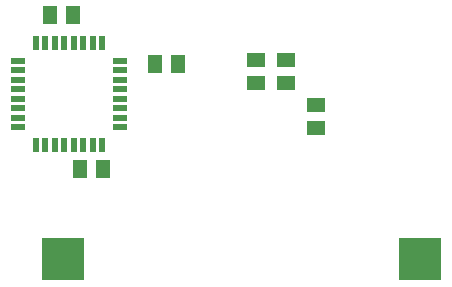
<source format=gbp>
G75*
%MOIN*%
%OFA0B0*%
%FSLAX24Y24*%
%IPPOS*%
%LPD*%
%AMOC8*
5,1,8,0,0,1.08239X$1,22.5*
%
%ADD10R,0.0630X0.0512*%
%ADD11R,0.0512X0.0630*%
%ADD12R,0.0220X0.0500*%
%ADD13R,0.0500X0.0220*%
%ADD14R,0.0512X0.0591*%
%ADD15R,0.1417X0.1417*%
D10*
X011160Y010786D03*
X011160Y011534D03*
X012160Y011534D03*
X012160Y010786D03*
X013160Y010034D03*
X013160Y009286D03*
D11*
X008534Y011410D03*
X007786Y011410D03*
D12*
X006012Y012100D03*
X005697Y012100D03*
X005382Y012100D03*
X005067Y012100D03*
X004753Y012100D03*
X004438Y012100D03*
X004123Y012100D03*
X003808Y012100D03*
X003808Y008720D03*
X004123Y008720D03*
X004438Y008720D03*
X004753Y008720D03*
X005067Y008720D03*
X005382Y008720D03*
X005697Y008720D03*
X006012Y008720D03*
D13*
X006600Y009308D03*
X006600Y009623D03*
X006600Y009938D03*
X006600Y010253D03*
X006600Y010567D03*
X006600Y010882D03*
X006600Y011197D03*
X006600Y011512D03*
X003220Y011512D03*
X003220Y011197D03*
X003220Y010882D03*
X003220Y010567D03*
X003220Y010253D03*
X003220Y009938D03*
X003220Y009623D03*
X003220Y009308D03*
D14*
X005286Y007910D03*
X006034Y007910D03*
X005034Y013035D03*
X004286Y013035D03*
D15*
X004695Y004910D03*
X016625Y004910D03*
M02*

</source>
